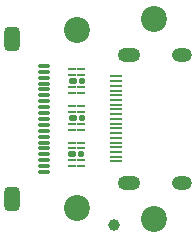
<source format=gbr>
%TF.GenerationSoftware,KiCad,Pcbnew,8.99.0-344-gfbc433deaa*%
%TF.CreationDate,2024-04-11T03:20:37-04:00*%
%TF.ProjectId,typeC,74797065-432e-46b6-9963-61645f706362,rev?*%
%TF.SameCoordinates,Original*%
%TF.FileFunction,Soldermask,Top*%
%TF.FilePolarity,Negative*%
%FSLAX46Y46*%
G04 Gerber Fmt 4.6, Leading zero omitted, Abs format (unit mm)*
G04 Created by KiCad (PCBNEW 8.99.0-344-gfbc433deaa) date 2024-04-11 03:20:37*
%MOMM*%
%LPD*%
G01*
G04 APERTURE LIST*
G04 Aperture macros list*
%AMRoundRect*
0 Rectangle with rounded corners*
0 $1 Rounding radius*
0 $2 $3 $4 $5 $6 $7 $8 $9 X,Y pos of 4 corners*
0 Add a 4 corners polygon primitive as box body*
4,1,4,$2,$3,$4,$5,$6,$7,$8,$9,$2,$3,0*
0 Add four circle primitives for the rounded corners*
1,1,$1+$1,$2,$3*
1,1,$1+$1,$4,$5*
1,1,$1+$1,$6,$7*
1,1,$1+$1,$8,$9*
0 Add four rect primitives between the rounded corners*
20,1,$1+$1,$2,$3,$4,$5,0*
20,1,$1+$1,$4,$5,$6,$7,0*
20,1,$1+$1,$6,$7,$8,$9,0*
20,1,$1+$1,$8,$9,$2,$3,0*%
G04 Aperture macros list end*
%ADD10O,1.700000X1.200000*%
%ADD11O,1.900000X1.200000*%
%ADD12RoundRect,0.092000X0.408000X-0.023000X0.408000X0.023000X-0.408000X0.023000X-0.408000X-0.023000X0*%
%ADD13C,2.200000*%
%ADD14RoundRect,0.062500X-0.250000X0.062500X-0.250000X-0.062500X0.250000X-0.062500X0.250000X0.062500X0*%
%ADD15RoundRect,0.112500X-0.237500X0.112500X-0.237500X-0.112500X0.237500X-0.112500X0.237500X0.112500X0*%
%ADD16RoundRect,0.112500X-0.175000X0.112500X-0.175000X-0.112500X0.175000X-0.112500X0.175000X0.112500X0*%
%ADD17RoundRect,0.075000X-0.425000X0.075000X-0.425000X-0.075000X0.425000X-0.075000X0.425000X0.075000X0*%
%ADD18RoundRect,0.325000X-0.325000X-0.675000X0.325000X-0.675000X0.325000X0.675000X-0.325000X0.675000X0*%
%ADD19C,1.000000*%
G04 APERTURE END LIST*
D10*
%TO.C,J3*%
X179150000Y-92570000D03*
X179150000Y-103430000D03*
D11*
X174650000Y-92570000D03*
X174650000Y-103430000D03*
D12*
X173600000Y-101600000D03*
X173600000Y-101200000D03*
X173600000Y-100800000D03*
X173600000Y-100400000D03*
X173600000Y-100000000D03*
X173600000Y-99600000D03*
X173600000Y-99200000D03*
X173600000Y-98800000D03*
X173600000Y-98400000D03*
X173600000Y-98000000D03*
X173600000Y-97600000D03*
X173600000Y-97200000D03*
X173600000Y-96800000D03*
X173600000Y-96400000D03*
X173600000Y-96000000D03*
X173600000Y-95600000D03*
X173600000Y-95200000D03*
X173600000Y-94800000D03*
X173600000Y-94400000D03*
%TD*%
D13*
%TO.C,REF\u002A\u002A*%
X176750000Y-106500000D03*
%TD*%
%TO.C,REF\u002A\u002A*%
X176750000Y-89500000D03*
%TD*%
%TO.C,REF\u002A\u002A*%
X170250000Y-90500000D03*
%TD*%
%TO.C,REF\u002A\u002A*%
X170250000Y-105500000D03*
%TD*%
D14*
%TO.C,U3*%
X169850000Y-100000000D03*
X169850000Y-100500000D03*
D15*
X169887500Y-101000000D03*
D14*
X169850000Y-101500000D03*
X169850000Y-102000000D03*
X170625000Y-102000000D03*
X170625000Y-101500000D03*
D16*
X170650000Y-101000000D03*
D14*
X170625000Y-100500000D03*
X170625000Y-100000000D03*
%TD*%
%TO.C,U2*%
X169875000Y-96900000D03*
X169875000Y-97400000D03*
D15*
X169912500Y-97900000D03*
D14*
X169875000Y-98400000D03*
X169875000Y-98900000D03*
X170650000Y-98900000D03*
X170650000Y-98400000D03*
D16*
X170675000Y-97900000D03*
D14*
X170650000Y-97400000D03*
X170650000Y-96900000D03*
%TD*%
%TO.C,U1*%
X169862500Y-93800000D03*
X169862500Y-94300000D03*
D15*
X169900000Y-94800000D03*
D14*
X169862500Y-95300000D03*
X169862500Y-95800000D03*
X170637500Y-95800000D03*
X170637500Y-95300000D03*
D16*
X170662500Y-94800000D03*
D14*
X170637500Y-94300000D03*
X170637500Y-93800000D03*
%TD*%
D17*
%TO.C,J2*%
X167500000Y-93500000D03*
X167500000Y-94000000D03*
X167500000Y-94500000D03*
X167500000Y-95000000D03*
X167500000Y-95500000D03*
X167500000Y-96000000D03*
X167500000Y-96500000D03*
X167500000Y-97000000D03*
X167500000Y-97500000D03*
X167500000Y-98000000D03*
X167500000Y-98500000D03*
X167500000Y-99000000D03*
X167500000Y-99500000D03*
X167500000Y-100000000D03*
X167500000Y-100500000D03*
X167500000Y-101000000D03*
X167500000Y-101500000D03*
X167500000Y-102000000D03*
X167500000Y-102500000D03*
D18*
X164800000Y-91200000D03*
X164800000Y-104800000D03*
%TD*%
D19*
%TO.C,HPD1*%
X173438318Y-106991566D03*
%TD*%
M02*

</source>
